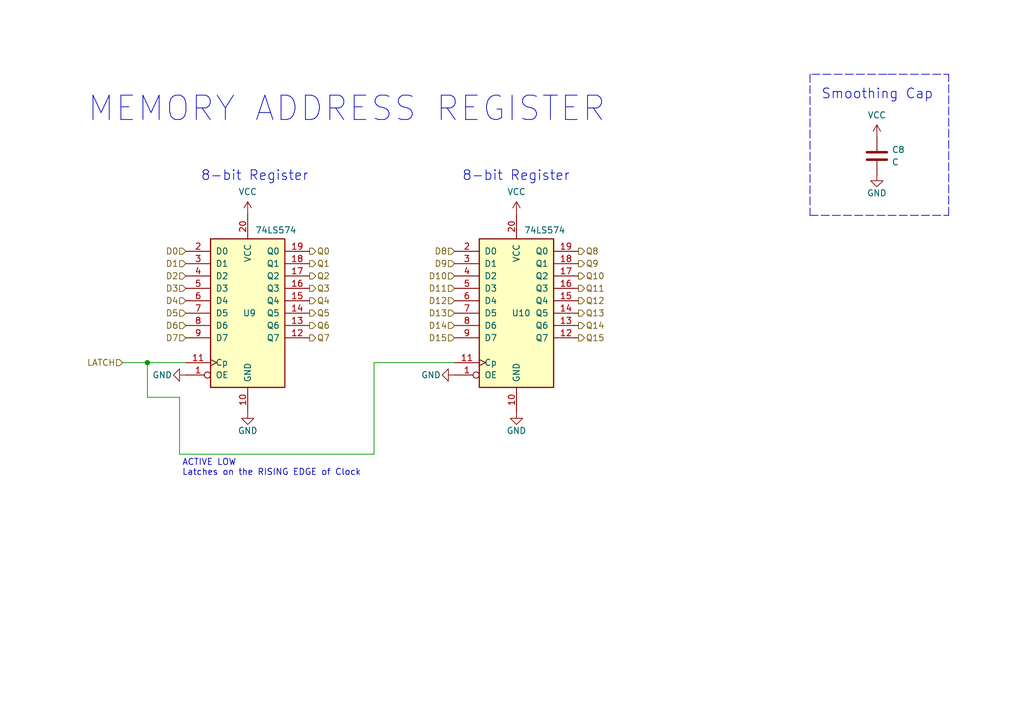
<source format=kicad_sch>
(kicad_sch (version 20211123) (generator eeschema)
  (paper "A5")
  (lib_symbols
    (symbol "74xx:74LS574" (pin_names (offset 1.016))
      (property "Reference" "U" (at -7.62 16.51 0))
      (property "Value" "74LS574" (at -7.62 -16.51 0))
      (symbol "74LS574_1_0"
        (pin input inverted (at -12.7 -12.7 0) (length 5.08) (name "OE") (number "1"))
        (pin power_in line (at 0 -20.32 90) (length 5.08) (name "GND") (number "10"))
        (pin input clock (at -12.7 -10.16 0) (length 5.08) (name "Cp") (number "11"))
        (pin tri_state line (at 12.7 -5.08 180) (length 5.08) (name "Q7") (number "12"))
        (pin tri_state line (at 12.7 -2.54 180) (length 5.08) (name "Q6") (number "13"))
        (pin tri_state line (at 12.7 0 180) (length 5.08) (name "Q5") (number "14"))
        (pin tri_state line (at 12.7 2.54 180) (length 5.08) (name "Q4") (number "15"))
        (pin tri_state line (at 12.7 5.08 180) (length 5.08) (name "Q3") (number "16"))
        (pin tri_state line (at 12.7 7.62 180) (length 5.08) (name "Q2") (number "17"))
        (pin tri_state line (at 12.7 10.16 180) (length 5.08) (name "Q1") (number "18"))
        (pin tri_state line (at 12.7 12.7 180) (length 5.08) (name "Q0") (number "19"))
        (pin input line (at -12.7 12.7 0) (length 5.08) (name "D0") (number "2"))
        (pin power_in line (at 0 20.32 270) (length 5.08) (name "VCC") (number "20"))
        (pin input line (at -12.7 10.16 0) (length 5.08) (name "D1") (number "3"))
        (pin input line (at -12.7 7.62 0) (length 5.08) (name "D2") (number "4"))
        (pin input line (at -12.7 5.08 0) (length 5.08) (name "D3") (number "5"))
        (pin input line (at -12.7 2.54 0) (length 5.08) (name "D4") (number "6"))
        (pin input line (at -12.7 0 0) (length 5.08) (name "D5") (number "7"))
        (pin input line (at -12.7 -2.54 0) (length 5.08) (name "D6") (number "8"))
        (pin input line (at -12.7 -5.08 0) (length 5.08) (name "D7") (number "9"))
      )
      (symbol "74LS574_1_1"
        (rectangle (start -7.62 15.24) (end 7.62 -15.24) (stroke (width 0.254)) (fill (type background)))
      )
    )
    (symbol "Device:C" (pin_numbers hide) (pin_names (offset 0.254))
      (property "Reference" "C" (at 0.635 2.54 0))
      (property "Value" "C" (at 0.635 -2.54 0))
      (symbol "C_0_1"
        (polyline (pts (xy -2.032 -0.762) (xy 2.032 -0.762)) (stroke (width 0.508)))
        (polyline (pts (xy -2.032 0.762) (xy 2.032 0.762)) (stroke (width 0.508)))
      )
      (symbol "C_1_1"
        (pin passive line (at 0 3.81 270) (length 2.794) (name "~") (number "1"))
        (pin passive line (at 0 -3.81 90) (length 2.794) (name "~") (number "2"))
      )
    )
    (symbol "power:GND" (power) (pin_names (offset 0))
      (property "Value" "GND" (at 0 -3.81 0))
      (symbol "GND_0_1"
        (polyline (pts (xy 0 0) (xy 0 -1.27) (xy 1.27 -1.27) (xy 0 -2.54) (xy -1.27 -1.27) (xy 0 -1.27)))
      )
      (symbol "GND_1_1"
        (pin power_in line (at 0 0 270) (length 0) hide (name "GND") (number "1"))
      )
    )
    (symbol "power:VCC" (power) (pin_names (offset 0))
      (property "Value" "VCC" (at 0 3.81 0))
      (symbol "VCC_0_1"
        (polyline (pts (xy -0.762 1.27) (xy 0 2.54)))
        (polyline (pts (xy 0 0) (xy 0 2.54)))
        (polyline (pts (xy 0 2.54) (xy 0.762 1.27)))
      )
      (symbol "VCC_1_1"
        (pin power_in line (at 0 0 90) (length 0) hide (name "VCC") (number "1"))
      )
    )
  )
  (junction (at 30.226 74.422))
  (wire (pts (xy 76.708 74.422) (xy 76.708 93.218)))
  (wire (pts (xy 36.83 93.218) (xy 76.708 93.218)))
  (wire (pts (xy 30.226 74.422) (xy 30.226 81.534)))
  (polyline (pts (xy 166.116 44.196) (xy 194.564 44.196)))
  (polyline (pts (xy 194.564 44.196) (xy 194.564 15.24)))
  (polyline (pts (xy 182.118 15.24) (xy 194.564 15.24)))
  (polyline (pts (xy 181.864 15.24) (xy 166.116 15.24)))
  (wire (pts (xy 30.226 74.422) (xy 38.1 74.422)))
  (wire (pts (xy 93.218 74.422) (xy 76.708 74.422)))
  (wire (pts (xy 30.226 81.534) (xy 36.83 81.534)))
  (polyline (pts (xy 166.116 15.24) (xy 166.116 44.196)))
  (wire (pts (xy 36.83 81.534) (xy 36.83 93.218)))
  (wire (pts (xy 25.146 74.422) (xy 30.226 74.422)))
  (text "8-bit Register" (at 41.148 37.338 0) (effects (font (size 2 2)) (justify left bottom)))
  (text "Smoothing Cap" (at 168.402 20.574 0) (effects (font (size 2 2)) (justify left bottom)))
  (text "8-bit Register" (at 94.742 37.338 0) (effects (font (size 2 2)) (justify left bottom)))
  (text "MEMORY ADDRESS REGISTER" (at 17.78 25.4 0) (effects (font (size 5 5)) (justify left bottom)))
  (text "ACTIVE LOW\nLatches on the RISING EDGE of Clock" (at 37.338 97.79 0) (effects (font (size 1.27 1.27)) (justify left bottom)))
  (hierarchical_label "D7" (shape input) (at 38.1 69.342 180))
  (hierarchical_label "D14" (shape input) (at 93.218 66.802 180))
  (hierarchical_label "Q9" (shape output) (at 118.618 54.102 0))
  (hierarchical_label "D15" (shape input) (at 93.218 69.342 180))
  (hierarchical_label "D9" (shape input) (at 93.218 54.102 180))
  (hierarchical_label "D5" (shape input) (at 38.1 64.262 180))
  (hierarchical_label "D1" (shape input) (at 38.1 54.102 180))
  (hierarchical_label "Q15" (shape output) (at 118.618 69.342 0))
  (hierarchical_label "Q10" (shape output) (at 118.618 56.642 0))
  (hierarchical_label "Q1" (shape output) (at 63.5 54.102 0))
  (hierarchical_label "Q5" (shape output) (at 63.5 64.262 0))
  (hierarchical_label "D6" (shape input) (at 38.1 66.802 180))
  (hierarchical_label "D11" (shape input) (at 93.218 59.182 180))
  (hierarchical_label "Q14" (shape output) (at 118.618 66.802 0))
  (hierarchical_label "D4" (shape input) (at 38.1 61.722 180))
  (hierarchical_label "Q4" (shape output) (at 63.5 61.722 0))
  (hierarchical_label "Q6" (shape output) (at 63.5 66.802 0))
  (hierarchical_label "D12" (shape input) (at 93.218 61.722 180))
  (hierarchical_label "LATCH" (shape input) (at 25.146 74.422 180))
  (hierarchical_label "Q8" (shape output) (at 118.618 51.562 0))
  (hierarchical_label "D2" (shape input) (at 38.1 56.642 180))
  (hierarchical_label "D10" (shape input) (at 93.218 56.642 180))
  (hierarchical_label "D0" (shape input) (at 38.1 51.562 180))
  (hierarchical_label "Q0" (shape output) (at 63.5 51.562 0))
  (hierarchical_label "D13" (shape input) (at 93.218 64.262 180))
  (hierarchical_label "Q13" (shape output) (at 118.618 64.262 0))
  (hierarchical_label "Q3" (shape output) (at 63.5 59.182 0))
  (hierarchical_label "D3" (shape input) (at 38.1 59.182 180))
  (hierarchical_label "Q2" (shape output) (at 63.5 56.642 0))
  (hierarchical_label "D8" (shape input) (at 93.218 51.562 180))
  (hierarchical_label "Q12" (shape output) (at 118.618 61.722 0))
  (hierarchical_label "Q7" (shape output) (at 63.5 69.342 0))
  (hierarchical_label "Q11" (shape output) (at 118.618 59.182 0))
  (symbol (lib_id "power:GND") (at 179.832 35.814 0) (unit 1)
    (property "Reference" "#PWR047" (effects hide))
    (property "Value" "GND" (at 179.832 39.624 0))
  )
  (symbol (lib_id "power:VCC") (at 105.918 43.942 0) (unit 1)
    (property "Reference" "#PWR052" (effects hide))
    (property "Value" "VCC" (at 105.918 39.37 0))
  )
  (symbol (lib_id "power:VCC") (at 50.8 43.942 0) (unit 1)
    (property "Reference" "#PWR049" (effects hide))
    (property "Value" "VCC" (at 50.8 39.37 0))
  )
  (symbol (lib_id "power:GND") (at 93.218 76.962 270) (unit 1)
    (property "Reference" "#PWR051" (effects hide))
    (property "Value" "GND" (at 88.392 76.962 90))
  )
  (symbol (lib_id "Device:C") (at 179.832 32.004 0) (unit 1)
    (property "Reference" "C8" (at 182.88 30.7339 0) (effects (justify left)))
    (property "Value" "C" (at 182.88 33.2739 0) (effects (justify left)))
    (property "Footprint" "Capacitor_SMD:C_0805_2012Metric" (effects hide))
  )
  (symbol (lib_id "power:VCC") (at 179.832 28.194 0) (unit 1)
    (property "Reference" "#PWR046" (effects hide))
    (property "Value" "VCC" (at 179.832 23.622 0))
  )
  (symbol (lib_id "74xx:74LS574") (at 105.918 64.262 0) (unit 1)
    (property "Reference" "U10" (at 104.902 64.262 0) (effects (justify left)))
    (property "Value" "74LS574" (at 107.442 47.244 0) (effects (justify left)))
    (property "Footprint" "Package_SO:SO-20_5.3x12.6mm_P1.27mm" (effects hide))
    (property "Datasheet" "http://www.ti.com/lit/gpn/sn74LS574" (effects hide))
  )
  (symbol (lib_id "74xx:74LS574") (at 50.8 64.262 0) (unit 1)
    (property "Reference" "U9" (at 49.784 64.262 0) (effects (justify left)))
    (property "Value" "74LS574" (at 52.324 47.244 0) (effects (justify left)))
    (property "Footprint" "Package_SO:SO-20_5.3x12.6mm_P1.27mm" (effects hide))
    (property "Datasheet" "http://www.ti.com/lit/gpn/sn74LS574" (effects hide))
  )
  (symbol (lib_id "power:GND") (at 105.918 84.582 0) (unit 1)
    (property "Reference" "#PWR053" (effects hide))
    (property "Value" "GND" (at 105.918 88.392 0))
  )
  (symbol (lib_id "power:GND") (at 50.8 84.582 0) (unit 1)
    (property "Reference" "#PWR050" (effects hide))
    (property "Value" "GND" (at 50.8 88.392 0))
  )
  (symbol (lib_id "power:GND") (at 38.1 76.962 270) (unit 1)
    (property "Reference" "#PWR048" (effects hide))
    (property "Value" "GND" (at 33.274 76.962 90))
  )
)
</source>
